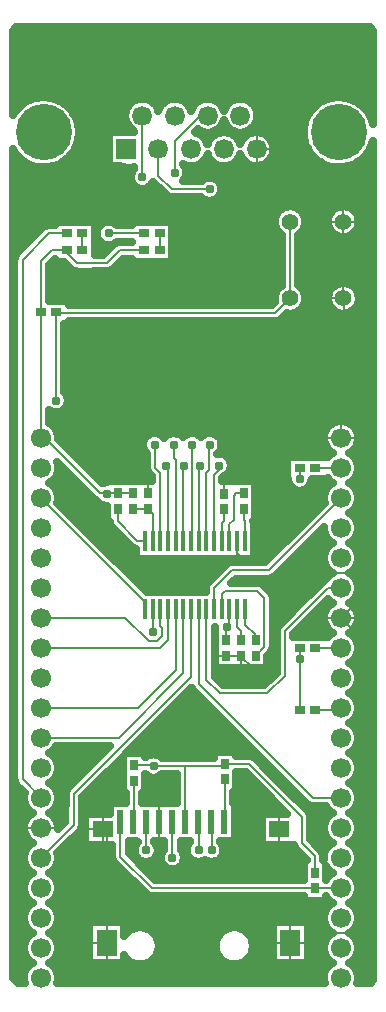
<source format=gbr>
G04 DipTrace 3.3.1.3*
G04 Top.gbr*
%MOIN*%
G04 #@! TF.FileFunction,Copper,L1,Top*
G04 #@! TF.Part,Single*
G04 #@! TA.AperFunction,Conductor*
%ADD13C,0.007874*%
G04 #@! TA.AperFunction,CopperBalancing*
%ADD14C,0.025*%
%ADD15C,0.00787*%
%ADD17R,0.027559X0.035433*%
%ADD18R,0.035433X0.027559*%
G04 #@! TA.AperFunction,ComponentPad*
%ADD19R,0.066535X0.066535*%
%ADD20C,0.066535*%
%ADD21C,0.187402*%
%ADD22C,0.055118*%
%ADD24R,0.023622X0.07874*%
%ADD25R,0.068898X0.057087*%
%ADD26R,0.068898X0.088583*%
G04 #@! TA.AperFunction,ComponentPad*
%ADD30C,0.066929*%
%ADD31R,0.015748X0.070866*%
G04 #@! TA.AperFunction,ViaPad*
%ADD35C,0.031*%
%FSLAX26Y26*%
G04*
G70*
G90*
G75*
G01*
G04 Top*
%LPD*%
X774196Y2058659D2*
D13*
X824196D1*
X827944Y1151987D2*
X891666D1*
X893702Y1149951D1*
X999873D1*
X1124953D1*
X1131202Y1156200D1*
X999873Y962516D2*
Y1149951D1*
X1381202Y1543700D2*
Y1506200D1*
Y1337449D1*
Y2106200D2*
Y2143700D1*
X1381201D1*
X1134824Y1568764D2*
Y1609822D1*
X1137453Y1612451D1*
X1146589Y1672035D2*
Y1621587D1*
X1137453Y1612451D1*
X518702Y2243700D2*
X531202D1*
X716243Y2058659D1*
X737453D1*
X774196D1*
X737453Y2056200D2*
Y2058659D1*
X1431202Y793700D2*
Y849949D1*
X1387452Y893700D1*
Y981200D1*
X1212452Y1156200D1*
X1131202D1*
X518702Y2243700D2*
Y2661117D1*
X518075Y2661745D1*
Y2832128D1*
X554647Y2868700D1*
X605021D1*
X862504D2*
X780602D1*
X737474Y2825573D1*
X638923D1*
X595796Y2868700D1*
X605021D1*
X656202Y2924951D2*
Y2868700D1*
X967456Y1900381D2*
Y2169737D1*
X960288Y2176905D1*
Y2220825D1*
X961357D1*
X964458Y3128050D2*
Y3234792D1*
X1047757Y3318091D1*
X1073591D1*
X827944Y1100806D2*
Y963815D1*
X826645Y962516D1*
X1131202Y1105019D2*
Y963924D1*
X1129794Y962516D1*
X1095408Y1900381D2*
Y2120896D1*
X1112453Y2137940D1*
Y2151229D1*
X1044227Y1900381D2*
Y2151229D1*
X1049953D1*
X856202Y3112451D2*
Y3317369D1*
X855481Y3318091D1*
X993046Y1900381D2*
Y2150573D1*
X993702Y2151229D1*
X737735Y560833D2*
Y666108D1*
Y925441D1*
X724243Y938934D1*
X1518702Y1643700D2*
X1568702Y1693700D1*
Y1762451D1*
X1537453Y1793700D1*
X1468702D1*
X1299952Y1624949D1*
Y1518699D1*
X1256202Y1474949D1*
X1224953D1*
X1182319Y1517583D1*
X1184824D1*
X1134824D2*
X1184824D1*
X1128456Y2057478D2*
Y2090953D1*
X1238214Y2200712D1*
X1281202Y2243700D1*
X1518702D1*
X1172180Y1900381D2*
Y1858973D1*
X1187453Y1843700D1*
X1218702D1*
X1238214Y1863212D1*
Y2200712D1*
X874196Y2058659D2*
Y2125708D1*
X862453Y2137451D1*
Y2258053D1*
X878798Y2274398D1*
X1281202D1*
Y2243700D1*
X913259Y962516D2*
Y849142D1*
X962452Y799949D1*
X1099953D1*
X1231202D1*
X1313042Y881789D1*
Y938582D1*
X1099953Y799949D2*
D3*
X1349353Y560697D2*
Y625549D1*
X1308794Y666108D1*
X737735D1*
Y560833D2*
Y480917D1*
X781202Y437449D1*
X1306202D1*
X1349353Y480600D1*
Y560697D1*
X1416949D1*
X1449952Y593700D1*
X1543702D1*
X1568702Y618700D1*
Y1593700D1*
X1518702Y1643700D1*
Y2243700D2*
Y2468923D1*
X1526996Y2477217D1*
Y2709443D1*
X1526036Y2708482D1*
Y2964388D1*
Y3018330D1*
X1338086Y3206280D1*
X1237173D1*
X605021Y2924951D2*
X544435D1*
X457484Y2838001D1*
Y1104918D1*
X518702Y1043700D1*
X1018637Y1672035D2*
Y1447330D1*
X627562Y1056255D1*
Y952560D1*
X518702Y843700D1*
X743702Y2924951D2*
X862504D1*
Y2924949D1*
X783337Y962516D2*
Y847815D1*
X888634Y742519D1*
X1431202D1*
X1517521D1*
X1518702Y743700D1*
X956202Y843700D2*
Y962153D1*
X956566Y962516D1*
X1432383Y1543700D2*
X1518702D1*
X868702Y868700D2*
Y961267D1*
X869952Y962516D1*
X1069818Y1672035D2*
Y1435772D1*
X1114037Y1391553D1*
X1272806D1*
X1331202Y1449949D1*
Y1599949D1*
X1474953Y1743700D1*
X1518702D1*
X1095408Y1672035D2*
Y1741657D1*
X1155853Y1802102D1*
X1277104D1*
X1518702Y2043700D1*
X1432382Y2143700D2*
X1518702D1*
X1043702Y868700D2*
Y961994D1*
X1043180Y962516D1*
X967456Y1672035D2*
Y1469754D1*
X841402Y1343700D1*
X518702D1*
X993046Y1672035D2*
Y1459256D1*
X777490Y1243700D1*
X518702D1*
X916274Y1672035D2*
Y1616011D1*
X921688Y1610598D1*
Y1583344D1*
X904731Y1566388D1*
X877242D1*
X799929Y1643700D1*
X518702D1*
X941865Y1672035D2*
Y1570960D1*
X914605Y1543700D1*
X518702D1*
X865093Y1672027D2*
Y1697309D1*
X518702Y2043700D1*
X569259Y2367906D2*
Y2659398D1*
X1299786D1*
X1348870Y2708482D1*
Y2964388D1*
X569256Y2661745D2*
X569259Y2659398D1*
X1044227Y1672035D2*
Y1423350D1*
X1423877Y1043700D1*
X1518702D1*
X1432383Y1337449D2*
X1512452D1*
X1518702Y1343700D1*
X1087453Y868700D2*
Y961550D1*
X1086487Y962516D1*
X1197771Y1900381D2*
Y1964880D1*
X1193702Y1968948D1*
Y2007478D1*
Y2058659D2*
X1169914D1*
X1160268Y2049014D1*
Y1969738D1*
X1146589Y1956060D1*
Y1900381D1*
X1234198Y1568478D2*
Y1584953D1*
X1197771Y1621381D1*
Y1672035D1*
X1120999D2*
Y1721783D1*
X1132500Y1733284D1*
X1239755D1*
X1263071Y1709968D1*
Y1546170D1*
X1234198Y1517297D1*
X774196Y2007478D2*
Y1966096D1*
X839911Y1900381D1*
X865093D1*
X1172180Y1672035D2*
Y1611665D1*
X1184824Y1599020D1*
Y1568764D1*
X1120999Y1900381D2*
Y1959781D1*
X1128456Y1967238D1*
Y2006297D1*
X890684Y1900381D2*
Y1990990D1*
X874196Y2007478D1*
X824196D1*
X890956Y1596763D2*
Y1671763D1*
X890684Y1672035D1*
X916274Y1900381D2*
Y2127377D1*
X899952Y2143700D1*
Y2221250D1*
X897617D1*
X941865Y1900381D2*
Y2151229D1*
X935330D1*
X1069818Y1900381D2*
Y2127982D1*
X1078858Y2137023D1*
Y2218906D1*
X1081202Y2221250D1*
X1081142Y3072720D2*
X954816D1*
X910008Y3117528D1*
Y3206280D1*
X1018637Y1900381D2*
X1021879D1*
Y2221250D1*
X913685Y2924949D2*
Y2868700D1*
D35*
X897617Y2221250D3*
X935330Y2151229D3*
X961357Y2220825D3*
X993702Y2151229D3*
X1021879Y2221250D3*
X1049953Y2151229D3*
X1081202Y2221250D3*
X1112453Y2151229D3*
X890956Y1596763D3*
X1087453Y868700D3*
X1043702D3*
X956202Y843700D3*
X893702Y1149951D3*
X868702Y868700D3*
X1381202Y1506200D3*
Y2106200D3*
X1137453Y1612451D3*
X737453Y2056200D3*
X1099953Y799949D3*
X743702Y2924951D3*
X569259Y2367906D3*
X1081142Y3072720D3*
X856202Y3112451D3*
X964458Y3128050D3*
X427471Y3587582D2*
D14*
X1622438D1*
X427471Y3562713D2*
X1622438D1*
X427471Y3537844D2*
X1622438D1*
X427471Y3512976D2*
X1622438D1*
X427471Y3488107D2*
X1622438D1*
X427471Y3463238D2*
X1622438D1*
X427471Y3438369D2*
X1622438D1*
X427471Y3413501D2*
X1622438D1*
X427471Y3388632D2*
X1622438D1*
X427471Y3363763D2*
X466178D1*
X588089D2*
X819278D1*
X891705D2*
X928330D1*
X1000757D2*
X1037382D1*
X1109809D2*
X1146434D1*
X1218861D2*
X1450015D1*
X1571961D2*
X1622438D1*
X618231Y3338894D2*
X800152D1*
X1237951D2*
X1419872D1*
X1602104D2*
X1622438D1*
X634738Y3314025D2*
X796348D1*
X1241755D2*
X1403365D1*
X643673Y3289157D2*
X804135D1*
X1234004D2*
X1394430D1*
X646831Y3264288D2*
X826276D1*
X1035241D2*
X1052992D1*
X1094199D2*
X1162044D1*
X1203251D2*
X1391308D1*
X644606Y3239419D2*
X741697D1*
X1285749D2*
X1393533D1*
X636712Y3214550D2*
X741697D1*
X1295832D2*
X1401392D1*
X621712Y3189682D2*
X741697D1*
X1293966D2*
X1416427D1*
X1605585D2*
X1622438D1*
X427471Y3164813D2*
X459396D1*
X594871D2*
X741697D1*
X1060324D2*
X1086867D1*
X1169376D2*
X1195919D1*
X1278429D2*
X1443268D1*
X1578707D2*
X1622438D1*
X427471Y3139944D2*
X826024D1*
X1004094D2*
X1622438D1*
X427471Y3115075D2*
X814793D1*
X1003735D2*
X1622438D1*
X427471Y3090207D2*
X821682D1*
X1118493D2*
X1622438D1*
X427471Y3065338D2*
X920902D1*
X1121938D2*
X1622438D1*
X427471Y3040469D2*
X1056724D1*
X1105574D2*
X1622438D1*
X427471Y3015600D2*
X1622438D1*
X427471Y2990731D2*
X1302638D1*
X1395124D2*
X1479798D1*
X1572284D2*
X1622438D1*
X427471Y2965863D2*
X1295318D1*
X1402408D2*
X1472514D1*
X1579569D2*
X1622438D1*
X427471Y2940994D2*
X519179D1*
X957409D2*
X1300988D1*
X1396739D2*
X1478148D1*
X1573935D2*
X1622438D1*
X427471Y2916125D2*
X494311D1*
X957409D2*
X1318930D1*
X1378797D2*
X1506855D1*
X1545192D2*
X1622438D1*
X427471Y2891256D2*
X469443D1*
X699904D2*
X721566D1*
X957409D2*
X1318930D1*
X1378797D2*
X1622438D1*
X427471Y2866388D2*
X444576D1*
X699904D2*
X736996D1*
X957409D2*
X1318930D1*
X1378797D2*
X1622438D1*
X957409Y2841519D2*
X1318930D1*
X1378797D2*
X1622438D1*
X548006Y2816650D2*
X606557D1*
X769842D2*
X1318930D1*
X1378797D2*
X1622438D1*
X548006Y2791781D2*
X1318930D1*
X1378797D2*
X1622438D1*
X548006Y2766913D2*
X1318930D1*
X1378797D2*
X1622438D1*
X548006Y2742044D2*
X1307877D1*
X1389849D2*
X1485073D1*
X1567009D2*
X1622438D1*
X548006Y2717175D2*
X1296071D1*
X1401691D2*
X1473232D1*
X1578851D2*
X1622438D1*
X612956Y2692306D2*
X1291406D1*
X1399789D2*
X1474954D1*
X1577451D2*
X1622438D1*
X1381739Y2667438D2*
X1492681D1*
X1559761D2*
X1622438D1*
X1324253Y2642569D2*
X1622438D1*
X599213Y2617700D2*
X1622438D1*
X599213Y2592831D2*
X1622438D1*
X599213Y2567962D2*
X1622438D1*
X599213Y2543094D2*
X1622438D1*
X599213Y2518225D2*
X1622438D1*
X599213Y2493356D2*
X1622438D1*
X599213Y2468487D2*
X1622438D1*
X599213Y2443619D2*
X1622438D1*
X599213Y2418750D2*
X1622438D1*
X600863Y2393881D2*
X1622438D1*
X610731Y2369012D2*
X1622438D1*
X602693Y2344144D2*
X1622438D1*
X548652Y2319275D2*
X1622438D1*
X548652Y2294406D2*
X1490241D1*
X1547165D2*
X1622438D1*
X571977Y2269537D2*
X1465445D1*
X1571961D2*
X1622438D1*
X578149Y2244669D2*
X863918D1*
X1114904D2*
X1459237D1*
X1578169D2*
X1622438D1*
X596414Y2219800D2*
X856131D1*
X1122691D2*
X1464512D1*
X1572894D2*
X1622438D1*
X621281Y2194931D2*
X866322D1*
X1112500D2*
X1486760D1*
X1550646D2*
X1622438D1*
X646149Y2170062D2*
X870018D1*
X1149102D2*
X1337482D1*
X1571710D2*
X1622438D1*
X671017Y2145193D2*
X870018D1*
X1153480D2*
X1337482D1*
X1578133D2*
X1622438D1*
X573161Y2120325D2*
X613267D1*
X695885D2*
X882040D1*
X1138731D2*
X1337482D1*
X1573145D2*
X1622438D1*
X551487Y2095456D2*
X638135D1*
X720752D2*
X734412D1*
X1233466D2*
X1341214D1*
X1421176D2*
X1485899D1*
X1551507D2*
X1622438D1*
X571438Y2070587D2*
X663003D1*
X1233466D2*
X1362816D1*
X1399609D2*
X1465983D1*
X1571423D2*
X1622438D1*
X578149Y2045718D2*
X687870D1*
X1233466D2*
X1459273D1*
X1578133D2*
X1622438D1*
X582849Y2020850D2*
X718480D1*
X1233466D2*
X1454536D1*
X1573397D2*
X1622438D1*
X607717Y1995981D2*
X734412D1*
X1233466D2*
X1429668D1*
X1552297D2*
X1622438D1*
X632585Y1971112D2*
X734412D1*
X1233466D2*
X1404801D1*
X1571136D2*
X1622438D1*
X657453Y1946243D2*
X752749D1*
X1231636D2*
X1379933D1*
X1578097D2*
X1622438D1*
X682320Y1921375D2*
X777617D1*
X1231636D2*
X1355065D1*
X1437683D2*
X1463794D1*
X1573612D2*
X1622438D1*
X707188Y1896506D2*
X802484D1*
X1231636D2*
X1330197D1*
X1412815D2*
X1484284D1*
X1553086D2*
X1622438D1*
X732056Y1871637D2*
X831228D1*
X1231636D2*
X1305330D1*
X1387947D2*
X1466557D1*
X1570849D2*
X1622438D1*
X756924Y1846768D2*
X831228D1*
X1231636D2*
X1280462D1*
X1363079D2*
X1459309D1*
X1578097D2*
X1622438D1*
X781791Y1821899D2*
X1134341D1*
X1338212D2*
X1463579D1*
X1573827D2*
X1622438D1*
X806659Y1797031D2*
X1109474D1*
X1313344D2*
X1483530D1*
X1553876D2*
X1622438D1*
X831527Y1772162D2*
X1084606D1*
X1167223D2*
X1466844D1*
X1570562D2*
X1622438D1*
X856395Y1747293D2*
X1066054D1*
X1267053D2*
X1437240D1*
X1578061D2*
X1622438D1*
X1290019Y1722424D2*
X1412372D1*
X1574042D2*
X1622438D1*
X1292997Y1697556D2*
X1387504D1*
X1470122D2*
X1482813D1*
X1554593D2*
X1622438D1*
X1292997Y1672687D2*
X1362637D1*
X1445254D2*
X1467167D1*
X1570239D2*
X1622438D1*
X1292997Y1647818D2*
X1337769D1*
X1420386D2*
X1459380D1*
X1578026D2*
X1622438D1*
X1292997Y1622949D2*
X1312901D1*
X1395519D2*
X1463148D1*
X1574258D2*
X1622438D1*
X1370651Y1598081D2*
X1482095D1*
X1555311D2*
X1622438D1*
X1569916Y1573212D2*
X1622438D1*
X1577990Y1548343D2*
X1622438D1*
X1281694Y1523474D2*
X1301275D1*
X1574473D2*
X1622438D1*
X1273979Y1498606D2*
X1301275D1*
X1555993D2*
X1622438D1*
X1099761Y1473737D2*
X1301275D1*
X1569593D2*
X1622438D1*
X1099761Y1448868D2*
X1288823D1*
X1577918D2*
X1622438D1*
X1122906Y1423999D2*
X1263955D1*
X1574652D2*
X1622438D1*
X1011737Y1399130D2*
X1027155D1*
X1556674D2*
X1622438D1*
X986870Y1374262D2*
X1052023D1*
X1569270D2*
X1622438D1*
X962002Y1349393D2*
X1076891D1*
X1577882D2*
X1622438D1*
X937134Y1324524D2*
X1101759D1*
X1574832D2*
X1622438D1*
X912266Y1299655D2*
X1126626D1*
X1557320D2*
X1622438D1*
X887399Y1274787D2*
X1151494D1*
X1568947D2*
X1622438D1*
X862531Y1249918D2*
X1176362D1*
X1577810D2*
X1622438D1*
X837663Y1225049D2*
X1201230D1*
X1575011D2*
X1622438D1*
X557946Y1200180D2*
X730178D1*
X812795D2*
X1226097D1*
X1557966D2*
X1622438D1*
X568603Y1175312D2*
X705310D1*
X1234650D2*
X1250965D1*
X1568588D2*
X1622438D1*
X577754Y1150443D2*
X680442D1*
X763060D2*
X788167D1*
X1259518D2*
X1275833D1*
X1577774D2*
X1622438D1*
X575206Y1125574D2*
X655575D1*
X738192D2*
X788167D1*
X1170991D2*
X1201768D1*
X1284385D2*
X1300700D1*
X1575191D2*
X1622438D1*
X558556Y1100705D2*
X630707D1*
X713324D2*
X788167D1*
X867734D2*
X969920D1*
X1170991D2*
X1226636D1*
X1309253D2*
X1325568D1*
X1558576D2*
X1622438D1*
X427471Y1075836D2*
X445257D1*
X568245D2*
X605839D1*
X688457D2*
X788167D1*
X867734D2*
X969920D1*
X1170991D2*
X1251503D1*
X1334121D2*
X1350436D1*
X1568229D2*
X1622438D1*
X427471Y1050968D2*
X459719D1*
X577718D2*
X597622D1*
X663589D2*
X797999D1*
X857866D2*
X969920D1*
X1161123D2*
X1276371D1*
X1358989D2*
X1375304D1*
X1577703D2*
X1622438D1*
X427471Y1026099D2*
X462015D1*
X575386D2*
X597622D1*
X657489D2*
X797999D1*
X857866D2*
X969920D1*
X1161123D2*
X1301239D1*
X1383856D2*
X1400171D1*
X1575370D2*
X1622438D1*
X427471Y1001230D2*
X478235D1*
X559166D2*
X597622D1*
X657489D2*
X745536D1*
X1167618D2*
X1326107D1*
X1408724D2*
X1478255D1*
X1559151D2*
X1622438D1*
X427471Y976361D2*
X469515D1*
X567886D2*
X597622D1*
X1167618D2*
X1252580D1*
X1417372D2*
X1469536D1*
X1567870D2*
X1622438D1*
X427471Y951493D2*
X459790D1*
X1167618D2*
X1252185D1*
X1417372D2*
X1459775D1*
X1577631D2*
X1622438D1*
X427471Y926624D2*
X461872D1*
X642920D2*
X663792D1*
X1167618D2*
X1252185D1*
X1417372D2*
X1461856D1*
X1575550D2*
X1622438D1*
X427471Y901755D2*
X477661D1*
X618052D2*
X663792D1*
X1167618D2*
X1252580D1*
X1420709D2*
X1477645D1*
X1559761D2*
X1622438D1*
X427471Y876886D2*
X469910D1*
X593184D2*
X753395D1*
X813262D2*
X828070D1*
X909324D2*
X926249D1*
X986152D2*
X1003077D1*
X1128074D2*
X1363283D1*
X1445577D2*
X1469894D1*
X1567512D2*
X1622438D1*
X427471Y852018D2*
X459862D1*
X577539D2*
X753395D1*
X1125203D2*
X1387827D1*
X1577559D2*
X1622438D1*
X427471Y827149D2*
X461692D1*
X575708D2*
X762689D1*
X845306D2*
X918390D1*
X994010D2*
X1391416D1*
X1575693D2*
X1622438D1*
X427471Y802280D2*
X477087D1*
X560314D2*
X787557D1*
X870174D2*
X1391416D1*
X1560299D2*
X1622438D1*
X427471Y777411D2*
X470269D1*
X567132D2*
X812424D1*
X895042D2*
X1391416D1*
X1567117D2*
X1622438D1*
X427471Y752543D2*
X459934D1*
X577467D2*
X837292D1*
X1577487D2*
X1622438D1*
X427471Y727674D2*
X461549D1*
X575852D2*
X862160D1*
X1575873D2*
X1622438D1*
X427471Y702805D2*
X476548D1*
X560852D2*
X1391416D1*
X1560873D2*
X1622438D1*
X427471Y677936D2*
X470663D1*
X566737D2*
X1470684D1*
X1566722D2*
X1622438D1*
X427471Y653067D2*
X460006D1*
X577395D2*
X1460026D1*
X1577380D2*
X1622438D1*
X427471Y628199D2*
X461405D1*
X576031D2*
X677285D1*
X798190D2*
X1288895D1*
X1409801D2*
X1461390D1*
X1576016D2*
X1622438D1*
X427471Y603330D2*
X476010D1*
X561391D2*
X677285D1*
X798190D2*
X814183D1*
X882949D2*
X1128636D1*
X1197402D2*
X1288895D1*
X1409801D2*
X1475995D1*
X1561375D2*
X1622438D1*
X427471Y578461D2*
X471058D1*
X566343D2*
X677285D1*
X906166D2*
X1105455D1*
X1220619D2*
X1288895D1*
X1409801D2*
X1471079D1*
X1566327D2*
X1622438D1*
X427471Y553592D2*
X460113D1*
X577287D2*
X677285D1*
X912840D2*
X1098780D1*
X1227294D2*
X1288895D1*
X1409801D2*
X1460098D1*
X1577308D2*
X1622438D1*
X427471Y528724D2*
X461226D1*
X576175D2*
X677285D1*
X909001D2*
X1102584D1*
X1223454D2*
X1288895D1*
X1409801D2*
X1461246D1*
X1576160D2*
X1622438D1*
X427471Y503855D2*
X475508D1*
X561929D2*
X677285D1*
X891848D2*
X1119737D1*
X1206301D2*
X1288895D1*
X1409801D2*
X1475492D1*
X1561914D2*
X1622438D1*
X427471Y478986D2*
X471489D1*
X565912D2*
X1471473D1*
X1565933D2*
X1622438D1*
X427471Y454117D2*
X460185D1*
X577216D2*
X1460206D1*
X1577200D2*
X1622438D1*
X440820Y429249D2*
X461118D1*
X576319D2*
X1461103D1*
X1576303D2*
X1618634D1*
X1230982Y2017440D2*
Y1966262D1*
X1225205D1*
X1225207Y1964871D1*
X1229145Y1959314D1*
Y1841448D1*
X833719D1*
X833506Y1873702D1*
X829411Y1875033D1*
X825575Y1876987D1*
X822092Y1879518D1*
X754795Y1946695D1*
X751999Y1949969D1*
X749749Y1953640D1*
X748102Y1957618D1*
X747097Y1961804D1*
X746759Y1966105D1*
X736916Y1966261D1*
Y2017181D1*
X731352Y2017680D1*
X725401Y2019109D1*
X719747Y2021451D1*
X714529Y2024648D1*
X709876Y2028623D1*
X705743Y2033311D1*
X701907Y2035265D1*
X698424Y2037796D1*
X625389Y2110711D1*
X571825Y2164276D1*
X574093Y2156998D1*
X575491Y2148169D1*
Y2139231D1*
X574093Y2130402D1*
X571331Y2121901D1*
X567273Y2113936D1*
X562019Y2106704D1*
X555698Y2100384D1*
X548466Y2095130D1*
X545951Y2093721D1*
X552185Y2089785D1*
X558982Y2083980D1*
X564788Y2077183D1*
X569458Y2069561D1*
X572879Y2061303D1*
X574966Y2052611D1*
X575667Y2043700D1*
X574966Y2034789D1*
X573367Y2027829D1*
X870223Y1730981D1*
X973239Y1730932D1*
X1050011D1*
X1067936Y1730968D1*
X1068056Y1743809D1*
X1068729Y1748062D1*
X1070060Y1752156D1*
X1072014Y1755993D1*
X1074545Y1759476D1*
X1136452Y1821503D1*
X1139726Y1824299D1*
X1143397Y1826548D1*
X1147375Y1828196D1*
X1151561Y1829201D1*
X1155853Y1829539D1*
X1265767D1*
X1464019Y2027818D1*
X1462439Y2034789D1*
X1461738Y2043700D1*
X1462439Y2052611D1*
X1464526Y2061303D1*
X1467947Y2069561D1*
X1472617Y2077183D1*
X1478422Y2083980D1*
X1485219Y2089785D1*
X1491454Y2093679D1*
X1485219Y2097615D1*
X1478422Y2103420D1*
X1473601Y2108968D1*
X1473599Y2106420D1*
X1420202Y2106200D1*
X1419722Y2100099D1*
X1418294Y2094148D1*
X1415952Y2088494D1*
X1412754Y2083276D1*
X1408779Y2078623D1*
X1404126Y2074648D1*
X1398908Y2071451D1*
X1393254Y2069109D1*
X1387303Y2067680D1*
X1381202Y2067200D1*
X1375101Y2067680D1*
X1369151Y2069109D1*
X1363497Y2071451D1*
X1358279Y2074648D1*
X1353625Y2078623D1*
X1349651Y2083276D1*
X1346453Y2088494D1*
X1344111Y2094148D1*
X1342682Y2100099D1*
X1342211Y2106427D1*
X1339985Y2106420D1*
Y2180979D1*
X1473599Y2180980D1*
Y2178504D1*
X1478422Y2183980D1*
X1485219Y2189785D1*
X1491454Y2193679D1*
X1485493Y2197417D1*
X1479814Y2202074D1*
X1474782Y2207423D1*
X1470480Y2213375D1*
X1466979Y2219831D1*
X1464339Y2226684D1*
X1462601Y2233820D1*
X1461796Y2241119D1*
X1461937Y2248462D1*
X1463022Y2255725D1*
X1465031Y2262789D1*
X1467933Y2269535D1*
X1471679Y2275852D1*
X1476206Y2281635D1*
X1481440Y2286787D1*
X1487293Y2291223D1*
X1493668Y2294869D1*
X1500459Y2297664D1*
X1507553Y2299563D1*
X1514833Y2300533D1*
X1522177Y2300558D1*
X1529463Y2299639D1*
X1536571Y2297790D1*
X1543381Y2295041D1*
X1549781Y2291440D1*
X1555665Y2287045D1*
X1560934Y2281929D1*
X1565501Y2276178D1*
X1569291Y2269887D1*
X1572239Y2263161D1*
X1574298Y2256112D1*
X1575433Y2248856D1*
X1575637Y2241863D1*
X1574928Y2234553D1*
X1573284Y2227396D1*
X1570733Y2220509D1*
X1567317Y2214008D1*
X1563093Y2208000D1*
X1558131Y2202586D1*
X1552514Y2197855D1*
X1545986Y2193700D1*
X1552185Y2189785D1*
X1558982Y2183980D1*
X1564788Y2177183D1*
X1569458Y2169561D1*
X1572879Y2161303D1*
X1574966Y2152611D1*
X1575667Y2143700D1*
X1574966Y2134789D1*
X1572879Y2126097D1*
X1569458Y2117839D1*
X1564788Y2110217D1*
X1558982Y2103420D1*
X1552185Y2097615D1*
X1545951Y2093721D1*
X1552185Y2089785D1*
X1558982Y2083980D1*
X1564788Y2077183D1*
X1569458Y2069561D1*
X1572879Y2061303D1*
X1574966Y2052611D1*
X1575667Y2043700D1*
X1574966Y2034789D1*
X1572879Y2026097D1*
X1569458Y2017839D1*
X1564788Y2010217D1*
X1558982Y2003420D1*
X1552185Y1997615D1*
X1545951Y1993721D1*
X1552185Y1989785D1*
X1558982Y1983980D1*
X1564788Y1977183D1*
X1569458Y1969561D1*
X1572879Y1961303D1*
X1574966Y1952611D1*
X1575667Y1943700D1*
X1574966Y1934789D1*
X1572879Y1926097D1*
X1569458Y1917839D1*
X1564788Y1910217D1*
X1558982Y1903420D1*
X1552185Y1897615D1*
X1545951Y1893721D1*
X1552185Y1889785D1*
X1558982Y1883980D1*
X1564788Y1877183D1*
X1569458Y1869561D1*
X1572879Y1861303D1*
X1574966Y1852611D1*
X1575667Y1843700D1*
X1574966Y1834789D1*
X1572879Y1826097D1*
X1569458Y1817839D1*
X1564788Y1810217D1*
X1558982Y1803420D1*
X1552185Y1797615D1*
X1545951Y1793721D1*
X1552185Y1789785D1*
X1558982Y1783980D1*
X1564788Y1777183D1*
X1569458Y1769561D1*
X1572879Y1761303D1*
X1574966Y1752611D1*
X1575667Y1743700D1*
X1574966Y1734789D1*
X1572879Y1726097D1*
X1569458Y1717839D1*
X1564788Y1710217D1*
X1558982Y1703420D1*
X1552185Y1697615D1*
X1545951Y1693721D1*
X1551304Y1690413D1*
X1557043Y1685830D1*
X1562145Y1680547D1*
X1566524Y1674652D1*
X1570109Y1668242D1*
X1572839Y1661425D1*
X1574670Y1654312D1*
X1575570Y1647024D1*
X1575548Y1640028D1*
X1574604Y1632745D1*
X1572730Y1625644D1*
X1569958Y1618843D1*
X1566334Y1612456D1*
X1561918Y1606587D1*
X1556784Y1601336D1*
X1551018Y1596789D1*
X1545986Y1593700D1*
X1552185Y1589785D1*
X1558982Y1583980D1*
X1564788Y1577183D1*
X1569458Y1569561D1*
X1572879Y1561303D1*
X1574966Y1552611D1*
X1575667Y1543700D1*
X1574966Y1534789D1*
X1572879Y1526097D1*
X1569458Y1517839D1*
X1564788Y1510217D1*
X1558982Y1503420D1*
X1552185Y1497615D1*
X1545951Y1493721D1*
X1552185Y1489785D1*
X1558982Y1483980D1*
X1564788Y1477183D1*
X1569458Y1469561D1*
X1572879Y1461303D1*
X1574966Y1452611D1*
X1575667Y1443700D1*
X1574966Y1434789D1*
X1572879Y1426097D1*
X1569458Y1417839D1*
X1564788Y1410217D1*
X1558982Y1403420D1*
X1552185Y1397615D1*
X1545951Y1393721D1*
X1552185Y1389785D1*
X1558982Y1383980D1*
X1564788Y1377183D1*
X1569458Y1369561D1*
X1572879Y1361303D1*
X1574966Y1352611D1*
X1575667Y1343700D1*
X1574966Y1334789D1*
X1572879Y1326097D1*
X1569458Y1317839D1*
X1564788Y1310217D1*
X1558982Y1303420D1*
X1552185Y1297615D1*
X1545951Y1293721D1*
X1552185Y1289785D1*
X1558982Y1283980D1*
X1564788Y1277183D1*
X1569458Y1269561D1*
X1572879Y1261303D1*
X1574966Y1252611D1*
X1575667Y1243700D1*
X1574966Y1234789D1*
X1572879Y1226097D1*
X1569458Y1217839D1*
X1564788Y1210217D1*
X1558982Y1203420D1*
X1552185Y1197615D1*
X1545951Y1193721D1*
X1552185Y1189785D1*
X1558982Y1183980D1*
X1564788Y1177183D1*
X1569458Y1169561D1*
X1572879Y1161303D1*
X1574966Y1152611D1*
X1575667Y1143700D1*
X1574966Y1134789D1*
X1572879Y1126097D1*
X1569458Y1117839D1*
X1564788Y1110217D1*
X1558982Y1103420D1*
X1552185Y1097615D1*
X1545951Y1093721D1*
X1552185Y1089785D1*
X1558982Y1083980D1*
X1564788Y1077183D1*
X1569458Y1069561D1*
X1572879Y1061303D1*
X1574966Y1052611D1*
X1575667Y1043700D1*
X1574966Y1034789D1*
X1572879Y1026097D1*
X1569458Y1017839D1*
X1564788Y1010217D1*
X1558982Y1003420D1*
X1552185Y997615D1*
X1545951Y993721D1*
X1552185Y989785D1*
X1558982Y983980D1*
X1564788Y977183D1*
X1569458Y969561D1*
X1572879Y961303D1*
X1574966Y952611D1*
X1575667Y943700D1*
X1574966Y934789D1*
X1572879Y926097D1*
X1569458Y917839D1*
X1564788Y910217D1*
X1558982Y903420D1*
X1552185Y897615D1*
X1545951Y893721D1*
X1552185Y889785D1*
X1558982Y883980D1*
X1564788Y877183D1*
X1569458Y869561D1*
X1572879Y861303D1*
X1574966Y852611D1*
X1575667Y843700D1*
X1574966Y834789D1*
X1572879Y826097D1*
X1569458Y817839D1*
X1564788Y810217D1*
X1558982Y803420D1*
X1552185Y797615D1*
X1545951Y793721D1*
X1552185Y789785D1*
X1558982Y783980D1*
X1564788Y777183D1*
X1569458Y769561D1*
X1572879Y761303D1*
X1574966Y752611D1*
X1575667Y743700D1*
X1574966Y734789D1*
X1572879Y726097D1*
X1569458Y717839D1*
X1564788Y710217D1*
X1558982Y703420D1*
X1552185Y697615D1*
X1545951Y693721D1*
X1552185Y689785D1*
X1558982Y683980D1*
X1564788Y677183D1*
X1569458Y669561D1*
X1572879Y661303D1*
X1574966Y652611D1*
X1575667Y643700D1*
X1574966Y634789D1*
X1572879Y626097D1*
X1569458Y617839D1*
X1564788Y610217D1*
X1558982Y603420D1*
X1552185Y597615D1*
X1545951Y593721D1*
X1552185Y589785D1*
X1558982Y583980D1*
X1564788Y577183D1*
X1569458Y569561D1*
X1572879Y561303D1*
X1574966Y552611D1*
X1575667Y543700D1*
X1574966Y534789D1*
X1572879Y526097D1*
X1569458Y517839D1*
X1564788Y510217D1*
X1558982Y503420D1*
X1552185Y497615D1*
X1545951Y493721D1*
X1552185Y489785D1*
X1558982Y483980D1*
X1564788Y477183D1*
X1569458Y469561D1*
X1572879Y461303D1*
X1574966Y452611D1*
X1575667Y443700D1*
X1574966Y434789D1*
X1572879Y426097D1*
X1572449Y424933D1*
X1618294Y424949D1*
X1624949Y434981D1*
X1624952Y3234796D1*
X1622480Y3226039D1*
X1619307Y3217420D1*
X1615470Y3209077D1*
X1610990Y3201059D1*
X1605897Y3193417D1*
X1600221Y3186197D1*
X1593997Y3179443D1*
X1587263Y3173198D1*
X1580061Y3167499D1*
X1572435Y3162382D1*
X1564432Y3157877D1*
X1556100Y3154013D1*
X1547492Y3150813D1*
X1538659Y3148297D1*
X1529657Y3146480D1*
X1520540Y3145374D1*
X1511364Y3144985D1*
X1502186Y3145316D1*
X1493062Y3146364D1*
X1484048Y3148124D1*
X1475200Y3150584D1*
X1466571Y3153729D1*
X1458215Y3157540D1*
X1450183Y3161994D1*
X1442525Y3167063D1*
X1435287Y3172716D1*
X1428514Y3178919D1*
X1422247Y3185633D1*
X1416526Y3192817D1*
X1411384Y3200426D1*
X1406854Y3208415D1*
X1402963Y3216735D1*
X1399736Y3225333D1*
X1397192Y3234158D1*
X1395347Y3243154D1*
X1394212Y3252268D1*
X1393794Y3261442D1*
X1394096Y3270621D1*
X1395115Y3279749D1*
X1396846Y3288768D1*
X1399278Y3297624D1*
X1402396Y3306263D1*
X1406181Y3314631D1*
X1410609Y3322677D1*
X1415654Y3330351D1*
X1421284Y3337607D1*
X1427465Y3344400D1*
X1434159Y3350687D1*
X1441324Y3356432D1*
X1448918Y3361598D1*
X1456892Y3366153D1*
X1465199Y3370070D1*
X1473787Y3373324D1*
X1482604Y3375896D1*
X1491595Y3377770D1*
X1500705Y3378934D1*
X1509878Y3379381D1*
X1519058Y3379108D1*
X1528188Y3378118D1*
X1537213Y3376416D1*
X1546077Y3374012D1*
X1554725Y3370921D1*
X1563105Y3367163D1*
X1571165Y3362760D1*
X1578855Y3357740D1*
X1586129Y3352133D1*
X1592941Y3345973D1*
X1599250Y3339299D1*
X1605017Y3332152D1*
X1610207Y3324575D1*
X1614788Y3316615D1*
X1618731Y3308320D1*
X1622013Y3299743D1*
X1624947Y3289355D1*
X1624952Y3601004D1*
X1613530Y3612445D1*
X436354Y3612451D1*
X424959Y3601028D1*
X424953Y3319593D1*
X431795Y3330351D1*
X437425Y3337607D1*
X443606Y3344400D1*
X450300Y3350687D1*
X457466Y3356432D1*
X465060Y3361598D1*
X473034Y3366153D1*
X481341Y3370070D1*
X489929Y3373324D1*
X498746Y3375896D1*
X507736Y3377770D1*
X516846Y3378934D1*
X526019Y3379381D1*
X535199Y3379108D1*
X544330Y3378118D1*
X553355Y3376416D1*
X562219Y3374012D1*
X570867Y3370921D1*
X579247Y3367163D1*
X587307Y3362760D1*
X594997Y3357740D1*
X602271Y3352133D1*
X609083Y3345973D1*
X615392Y3339299D1*
X621159Y3332152D1*
X626349Y3324575D1*
X630929Y3316615D1*
X634873Y3308320D1*
X638154Y3299743D1*
X640754Y3290934D1*
X642656Y3281949D1*
X643849Y3272843D1*
X644335Y3262185D1*
X643975Y3253009D1*
X642898Y3243888D1*
X641110Y3234880D1*
X638622Y3226039D1*
X635449Y3217420D1*
X631611Y3209077D1*
X627132Y3201059D1*
X622039Y3193417D1*
X616363Y3186197D1*
X610139Y3179443D1*
X603405Y3173198D1*
X596203Y3167499D1*
X588577Y3162382D1*
X580574Y3157877D1*
X572242Y3154013D1*
X563634Y3150813D1*
X554801Y3148297D1*
X545799Y3146480D1*
X536681Y3145374D1*
X527506Y3144985D1*
X518328Y3145316D1*
X509204Y3146364D1*
X500190Y3148124D1*
X491341Y3150584D1*
X482713Y3153729D1*
X474357Y3157540D1*
X466325Y3161994D1*
X458667Y3167063D1*
X451429Y3172716D1*
X444656Y3178919D1*
X438389Y3185633D1*
X432667Y3192817D1*
X427526Y3200426D1*
X424960Y3204951D1*
X424953Y442616D1*
X442610Y424971D1*
X464904Y424949D1*
X463312Y430402D1*
X461913Y439231D1*
Y448169D1*
X463312Y456998D1*
X466074Y465499D1*
X470132Y473464D1*
X475386Y480696D1*
X481707Y487016D1*
X488938Y492270D1*
X491454Y493679D1*
X485219Y497615D1*
X478422Y503420D1*
X472617Y510217D1*
X467947Y517839D1*
X464526Y526097D1*
X462439Y534789D1*
X461738Y543700D1*
X462439Y552611D1*
X464526Y561303D1*
X467947Y569561D1*
X472617Y577183D1*
X478422Y583980D1*
X485219Y589785D1*
X491454Y593679D1*
X485219Y597615D1*
X478422Y603420D1*
X472617Y610217D1*
X467947Y617839D1*
X464526Y626097D1*
X462439Y634789D1*
X461738Y643700D1*
X462439Y652611D1*
X464526Y661303D1*
X467947Y669561D1*
X472617Y677183D1*
X478422Y683980D1*
X485219Y689785D1*
X491454Y693679D1*
X485219Y697615D1*
X478422Y703420D1*
X472617Y710217D1*
X467947Y717839D1*
X464526Y726097D1*
X462439Y734789D1*
X461738Y743700D1*
X462439Y752611D1*
X464526Y761303D1*
X467947Y769561D1*
X472617Y777183D1*
X478422Y783980D1*
X485219Y789785D1*
X491454Y793679D1*
X485219Y797615D1*
X478422Y803420D1*
X472617Y810217D1*
X467947Y817839D1*
X464526Y826097D1*
X462439Y834789D1*
X461738Y843700D1*
X462439Y852611D1*
X464526Y861303D1*
X467947Y869561D1*
X472617Y877183D1*
X478422Y883980D1*
X485219Y889785D1*
X491454Y893679D1*
X485493Y897417D1*
X479814Y902074D1*
X474782Y907423D1*
X470480Y913375D1*
X466979Y919831D1*
X464339Y926684D1*
X462601Y933820D1*
X461796Y941119D1*
X461937Y948462D1*
X463022Y955725D1*
X465031Y962789D1*
X467933Y969535D1*
X471679Y975852D1*
X476206Y981635D1*
X481440Y986787D1*
X487293Y991223D1*
X491421Y993699D1*
X485219Y997615D1*
X478422Y1003420D1*
X472617Y1010217D1*
X467947Y1017839D1*
X464526Y1026097D1*
X462439Y1034789D1*
X461738Y1043700D1*
X462439Y1052611D1*
X464037Y1059571D1*
X436621Y1087099D1*
X434091Y1090582D1*
X432136Y1094418D1*
X430805Y1098513D1*
X430132Y1102765D1*
X430047Y1205968D1*
X430132Y2840153D1*
X430805Y2844406D1*
X432136Y2848500D1*
X434091Y2852336D1*
X436621Y2855819D1*
X509537Y2928855D1*
X526616Y2945814D1*
X530099Y2948345D1*
X533935Y2950299D1*
X538030Y2951630D1*
X542282Y2952303D1*
X563776Y2952388D1*
X563805Y2962230D1*
X697419D1*
Y2852978D1*
X726086Y2853010D1*
X762783Y2889563D1*
X766266Y2892094D1*
X770102Y2894049D1*
X774196Y2895379D1*
X778449Y2896052D1*
X821258Y2896137D1*
X816572Y2897514D1*
X771279Y2897373D1*
X766626Y2893399D1*
X761408Y2890201D1*
X755754Y2887859D1*
X749803Y2886431D1*
X743702Y2885951D1*
X737601Y2886431D1*
X731651Y2887859D1*
X725997Y2890201D1*
X720779Y2893399D1*
X716125Y2897373D1*
X712151Y2902027D1*
X708953Y2907245D1*
X706611Y2912899D1*
X705182Y2918850D1*
X704702Y2924951D1*
X705182Y2931052D1*
X706611Y2937002D1*
X708953Y2942656D1*
X712151Y2947874D1*
X716125Y2952528D1*
X720779Y2956502D1*
X725997Y2959700D1*
X731651Y2962042D1*
X737601Y2963471D1*
X743702Y2963951D1*
X749803Y2963471D1*
X755754Y2962042D1*
X761408Y2959700D1*
X766626Y2956502D1*
X771401Y2952396D1*
X821320Y2952388D1*
X821288Y2962229D1*
X954902D1*
Y2831420D1*
X821288D1*
Y2841288D1*
X791992Y2841263D1*
X755293Y2804709D1*
X751810Y2802179D1*
X747974Y2800224D1*
X743879Y2798894D1*
X739627Y2798220D1*
X638923Y2798136D1*
X634631Y2798474D1*
X630445Y2799479D1*
X626467Y2801126D1*
X622796Y2803376D1*
X619522Y2806172D1*
X594275Y2831419D1*
X563805Y2831420D1*
Y2839064D1*
X545502Y2820753D1*
X545512Y2699033D1*
X610473Y2699024D1*
Y2686859D1*
X1288414Y2686835D1*
X1299035Y2697449D1*
X1297969Y2704476D1*
Y2712488D1*
X1299222Y2720402D1*
X1301698Y2728022D1*
X1305335Y2735160D1*
X1310045Y2741642D1*
X1315710Y2747308D1*
X1321424Y2751504D1*
X1321433Y2921311D1*
X1315710Y2925562D1*
X1310045Y2931227D1*
X1305335Y2937709D1*
X1301698Y2944848D1*
X1299222Y2952468D1*
X1297969Y2960382D1*
Y2968394D1*
X1299222Y2976307D1*
X1301698Y2983927D1*
X1305335Y2991066D1*
X1310045Y2997548D1*
X1315710Y3003213D1*
X1322192Y3007923D1*
X1329331Y3011560D1*
X1336951Y3014036D1*
X1344864Y3015289D1*
X1352876D1*
X1360790Y3014036D1*
X1368410Y3011560D1*
X1375549Y3007923D1*
X1382031Y3003213D1*
X1387696Y2997548D1*
X1392405Y2991066D1*
X1396043Y2983927D1*
X1398519Y2976307D1*
X1399772Y2968394D1*
Y2960382D1*
X1398519Y2952468D1*
X1396043Y2944848D1*
X1392405Y2937709D1*
X1387696Y2931227D1*
X1382031Y2925562D1*
X1376317Y2921366D1*
X1376307Y2751559D1*
X1382031Y2747308D1*
X1387696Y2741642D1*
X1392405Y2735160D1*
X1396043Y2728022D1*
X1398519Y2720402D1*
X1399772Y2712488D1*
Y2704476D1*
X1398519Y2696563D1*
X1396043Y2688943D1*
X1392405Y2681804D1*
X1387696Y2675322D1*
X1382031Y2669657D1*
X1375549Y2664947D1*
X1368410Y2661310D1*
X1360790Y2658834D1*
X1352876Y2657580D1*
X1344864D1*
X1337857Y2658654D1*
X1317605Y2638535D1*
X1314122Y2636004D1*
X1310286Y2634050D1*
X1306191Y2632719D1*
X1301939Y2632046D1*
X1198736Y2631961D1*
X610487D1*
X610473Y2624465D1*
X596729D1*
X596696Y2395614D1*
X600810Y2390830D1*
X604008Y2385612D1*
X606350Y2379958D1*
X607779Y2374007D1*
X608259Y2367906D1*
X607779Y2361805D1*
X606350Y2355854D1*
X604008Y2350200D1*
X600810Y2344982D1*
X596836Y2340329D1*
X592182Y2336354D1*
X586964Y2333157D1*
X581310Y2330815D1*
X575360Y2329386D1*
X569259Y2328906D1*
X563158Y2329386D1*
X557207Y2330815D1*
X551553Y2333157D1*
X546138Y2336510D1*
X546139Y2293627D1*
X552185Y2289785D1*
X558982Y2283980D1*
X564788Y2277183D1*
X569458Y2269561D1*
X572879Y2261303D1*
X574966Y2252611D1*
X575667Y2243700D1*
X575382Y2238311D1*
X721801Y2091903D1*
X728349Y2094122D1*
X734393Y2095080D1*
X736915Y2095179D1*
X736917Y2099876D1*
X888841D1*
X888837Y2116009D1*
X879088Y2125881D1*
X876558Y2129364D1*
X874603Y2133200D1*
X873273Y2137295D1*
X872599Y2141547D1*
X872514Y2191390D1*
X867961Y2195921D1*
X864364Y2200872D1*
X861586Y2206325D1*
X859695Y2212145D1*
X858737Y2218190D1*
Y2224310D1*
X859695Y2230354D1*
X861586Y2236175D1*
X864364Y2241627D1*
X867961Y2246578D1*
X872289Y2250906D1*
X877240Y2254503D1*
X882692Y2257281D1*
X888513Y2259172D1*
X894557Y2260130D1*
X900677D1*
X906721Y2259172D1*
X912542Y2257281D1*
X917994Y2254503D1*
X922945Y2250906D1*
X927273Y2246578D1*
X929627Y2243487D1*
X933780Y2248402D1*
X938434Y2252376D1*
X943652Y2255574D1*
X949306Y2257916D1*
X955256Y2259345D1*
X961357Y2259825D1*
X967458Y2259345D1*
X973409Y2257916D1*
X979063Y2255574D1*
X984281Y2252376D1*
X988934Y2248402D1*
X991435Y2245618D1*
X996551Y2250906D1*
X1001502Y2254503D1*
X1006955Y2257281D1*
X1012775Y2259172D1*
X1018820Y2260130D1*
X1024939D1*
X1030984Y2259172D1*
X1036804Y2257281D1*
X1042257Y2254503D1*
X1047208Y2250906D1*
X1051546Y2246578D1*
X1055874Y2250906D1*
X1060825Y2254503D1*
X1066278Y2257281D1*
X1072098Y2259172D1*
X1078142Y2260130D1*
X1084262D1*
X1090307Y2259172D1*
X1096127Y2257281D1*
X1101580Y2254503D1*
X1106531Y2250906D1*
X1110858Y2246578D1*
X1114455Y2241627D1*
X1117234Y2236175D1*
X1119125Y2230354D1*
X1120082Y2224310D1*
Y2218190D1*
X1119125Y2212145D1*
X1117234Y2206325D1*
X1114455Y2200872D1*
X1110858Y2195921D1*
X1106296Y2191347D1*
X1106352Y2189749D1*
X1112453Y2190229D1*
X1118554Y2189749D1*
X1124505Y2188320D1*
X1130159Y2185978D1*
X1135377Y2182781D1*
X1140030Y2178806D1*
X1144005Y2174152D1*
X1147202Y2168935D1*
X1149544Y2163281D1*
X1150973Y2157330D1*
X1151453Y2151229D1*
X1150973Y2145128D1*
X1149544Y2139177D1*
X1147202Y2133523D1*
X1144005Y2128305D1*
X1140030Y2123652D1*
X1135377Y2119677D1*
X1129474Y2116164D1*
X1122846Y2109532D1*
Y2098683D1*
X1156421Y2098695D1*
X1156423Y2099876D1*
X1230982D1*
X1230946Y2017443D1*
X1271478Y1515776D2*
Y1476081D1*
X1196919D1*
X1196382Y1476367D1*
X1121168Y1476229D1*
X1097545Y1476367D1*
Y1609981D1*
X1098514D1*
X1098479Y1613108D1*
X1097225Y1613101D1*
X1097255Y1447148D1*
X1125377Y1419015D1*
X1261413Y1418990D1*
X1303772Y1461321D1*
X1303850Y1602102D1*
X1304523Y1606354D1*
X1305854Y1610449D1*
X1307808Y1614285D1*
X1310339Y1617768D1*
X1383254Y1690803D1*
X1457134Y1764563D1*
X1460617Y1767094D1*
X1464453Y1769049D1*
X1466483Y1769797D1*
X1470132Y1773464D1*
X1475386Y1780696D1*
X1481707Y1787016D1*
X1488938Y1792270D1*
X1491454Y1793679D1*
X1485219Y1797615D1*
X1478422Y1803420D1*
X1472617Y1810217D1*
X1467947Y1817839D1*
X1464526Y1826097D1*
X1462439Y1834789D1*
X1461738Y1843700D1*
X1462439Y1852611D1*
X1464526Y1861303D1*
X1467947Y1869561D1*
X1472617Y1877183D1*
X1478422Y1883980D1*
X1485219Y1889785D1*
X1491454Y1893679D1*
X1485219Y1897615D1*
X1478422Y1903420D1*
X1472617Y1910217D1*
X1467947Y1917839D1*
X1464526Y1926097D1*
X1462439Y1934789D1*
X1461738Y1943700D1*
X1461911Y1948117D1*
X1294923Y1781238D1*
X1291440Y1778708D1*
X1287604Y1776753D1*
X1283509Y1775423D1*
X1279257Y1774749D1*
X1176054Y1774664D1*
X1167191D1*
X1153255Y1760701D1*
X1241907Y1760636D1*
X1246160Y1759963D1*
X1250255Y1758632D1*
X1254091Y1756678D1*
X1257574Y1754147D1*
X1282472Y1729369D1*
X1285268Y1726095D1*
X1287518Y1722424D1*
X1289165Y1718446D1*
X1290170Y1714260D1*
X1290508Y1709968D1*
X1290424Y1544017D1*
X1289750Y1539765D1*
X1288420Y1535670D1*
X1286465Y1531834D1*
X1283934Y1528351D1*
X1271485Y1515782D1*
X753372Y3263047D2*
X828765D1*
X825819Y3269689D1*
X818613Y3274924D1*
X812314Y3281223D1*
X807078Y3288430D1*
X803034Y3296367D1*
X800281Y3304839D1*
X798888Y3313637D1*
Y3322545D1*
X800281Y3331343D1*
X803034Y3339815D1*
X807078Y3347752D1*
X812314Y3354959D1*
X818613Y3361257D1*
X825819Y3366493D1*
X833756Y3370538D1*
X842228Y3373290D1*
X851027Y3374684D1*
X859934D1*
X868733Y3373290D1*
X877205Y3370538D1*
X885142Y3366493D1*
X892348Y3361257D1*
X898647Y3354959D1*
X903883Y3347752D1*
X907927Y3339815D1*
X909985Y3333807D1*
X912089Y3339815D1*
X916133Y3347752D1*
X921369Y3354959D1*
X927668Y3361257D1*
X934875Y3366493D1*
X942812Y3370538D1*
X951283Y3373290D1*
X960082Y3374684D1*
X968990D1*
X977788Y3373290D1*
X986260Y3370538D1*
X994197Y3366493D1*
X1001403Y3361257D1*
X1007702Y3354959D1*
X1012938Y3347752D1*
X1016982Y3339815D1*
X1019040Y3333807D1*
X1021144Y3339815D1*
X1025188Y3347752D1*
X1030424Y3354959D1*
X1036723Y3361257D1*
X1043930Y3366493D1*
X1051867Y3370538D1*
X1060339Y3373290D1*
X1069137Y3374684D1*
X1078045D1*
X1086843Y3373290D1*
X1095315Y3370538D1*
X1103252Y3366493D1*
X1110458Y3361257D1*
X1116757Y3354959D1*
X1121993Y3347752D1*
X1126037Y3339815D1*
X1128095Y3333807D1*
X1130199Y3339815D1*
X1134243Y3347752D1*
X1139479Y3354959D1*
X1145778Y3361257D1*
X1152985Y3366493D1*
X1160922Y3370538D1*
X1169394Y3373290D1*
X1178192Y3374684D1*
X1187100D1*
X1195898Y3373290D1*
X1204370Y3370538D1*
X1212307Y3366493D1*
X1219514Y3361257D1*
X1225812Y3354959D1*
X1231048Y3347752D1*
X1235092Y3339815D1*
X1237845Y3331343D1*
X1239239Y3322545D1*
Y3313637D1*
X1237845Y3304839D1*
X1235092Y3296367D1*
X1231048Y3288430D1*
X1225812Y3281223D1*
X1219514Y3274924D1*
X1212307Y3269689D1*
X1204370Y3265644D1*
X1195898Y3262892D1*
X1187100Y3261498D1*
X1178192D1*
X1169394Y3262892D1*
X1160922Y3265644D1*
X1152985Y3269689D1*
X1145778Y3274924D1*
X1139479Y3281223D1*
X1134243Y3288430D1*
X1130199Y3296367D1*
X1128141Y3302375D1*
X1126037Y3296367D1*
X1121993Y3288430D1*
X1116757Y3281223D1*
X1110458Y3274924D1*
X1103252Y3269689D1*
X1095315Y3265644D1*
X1086843Y3262892D1*
X1078045Y3261498D1*
X1069137D1*
X1060339Y3262892D1*
X1051867Y3265644D1*
X1043930Y3269689D1*
X1040470Y3272000D1*
X1030379Y3261910D1*
X1036605Y3260269D1*
X1044835Y3256860D1*
X1052430Y3252206D1*
X1059204Y3246421D1*
X1064989Y3239647D1*
X1069644Y3232052D1*
X1073053Y3223822D1*
X1073568Y3221996D1*
X1075672Y3228004D1*
X1079716Y3235941D1*
X1084952Y3243148D1*
X1091251Y3249446D1*
X1098457Y3254682D1*
X1106394Y3258726D1*
X1114866Y3261479D1*
X1123664Y3262873D1*
X1132572D1*
X1141370Y3261479D1*
X1149842Y3258726D1*
X1157779Y3254682D1*
X1164986Y3249446D1*
X1171285Y3243148D1*
X1176521Y3235941D1*
X1180565Y3228004D1*
X1182623Y3221996D1*
X1185305Y3229351D1*
X1188718Y3235854D1*
X1192941Y3241862D1*
X1197905Y3247275D1*
X1203526Y3252001D1*
X1209710Y3255962D1*
X1216354Y3259092D1*
X1223346Y3261338D1*
X1230569Y3262662D1*
X1237903Y3263043D1*
X1245225Y3262474D1*
X1252412Y3260964D1*
X1259344Y3258539D1*
X1265905Y3255240D1*
X1271986Y3251121D1*
X1277483Y3246251D1*
X1282306Y3240713D1*
X1286373Y3234598D1*
X1289618Y3228010D1*
X1291984Y3221058D1*
X1293433Y3213858D1*
X1293941Y3206280D1*
X1293466Y3198951D1*
X1292049Y3191745D1*
X1289713Y3184783D1*
X1286499Y3178180D1*
X1282458Y3172047D1*
X1277660Y3166488D1*
X1272184Y3161594D1*
X1266122Y3157448D1*
X1259576Y3154120D1*
X1252655Y3151664D1*
X1245474Y3150122D1*
X1238155Y3149521D1*
X1230819Y3149869D1*
X1223590Y3151161D1*
X1216588Y3153376D1*
X1209930Y3156476D1*
X1203729Y3160410D1*
X1198087Y3165112D1*
X1193099Y3170502D1*
X1188849Y3176491D1*
X1185408Y3182979D1*
X1182651Y3190499D1*
X1180565Y3184556D1*
X1176521Y3176619D1*
X1171285Y3169412D1*
X1164986Y3163113D1*
X1157779Y3157878D1*
X1149842Y3153833D1*
X1141370Y3151081D1*
X1132572Y3149687D1*
X1123664D1*
X1114866Y3151081D1*
X1106394Y3153833D1*
X1098457Y3157878D1*
X1091251Y3163113D1*
X1084952Y3169412D1*
X1079716Y3176619D1*
X1075672Y3184556D1*
X1073614Y3190564D1*
X1071510Y3184556D1*
X1067466Y3176619D1*
X1062230Y3169412D1*
X1055931Y3163113D1*
X1048724Y3157878D1*
X1040787Y3153833D1*
X1032315Y3151081D1*
X1023517Y3149687D1*
X1014609D1*
X1005811Y3151081D1*
X997339Y3153833D1*
X991909Y3156474D1*
X992035Y3155628D1*
X996010Y3150974D1*
X999207Y3145756D1*
X1001549Y3140102D1*
X1002978Y3134151D1*
X1003458Y3128050D1*
X1002978Y3121949D1*
X1001549Y3115999D1*
X999207Y3110345D1*
X996010Y3105127D1*
X991693Y3100157D1*
X1053565Y3100297D1*
X1058218Y3104271D1*
X1063436Y3107469D1*
X1069090Y3109811D1*
X1075041Y3111240D1*
X1081142Y3111720D1*
X1087243Y3111240D1*
X1093194Y3109811D1*
X1098848Y3107469D1*
X1104066Y3104271D1*
X1108719Y3100297D1*
X1112694Y3095643D1*
X1115891Y3090425D1*
X1118233Y3084771D1*
X1119662Y3078821D1*
X1120142Y3072720D1*
X1119662Y3066619D1*
X1118233Y3060668D1*
X1115891Y3055014D1*
X1112694Y3049796D1*
X1108719Y3045143D1*
X1104066Y3041168D1*
X1098848Y3037970D1*
X1093194Y3035628D1*
X1087243Y3034200D1*
X1081142Y3033720D1*
X1075041Y3034200D1*
X1069090Y3035628D1*
X1063436Y3037970D1*
X1058218Y3041168D1*
X1053443Y3045274D1*
X952666Y3045367D1*
X948413Y3046041D1*
X944318Y3047371D1*
X940482Y3049326D1*
X936999Y3051856D1*
X891907Y3096828D1*
X889455Y3092073D1*
X885858Y3087122D1*
X881531Y3082795D1*
X876580Y3079198D1*
X871127Y3076419D1*
X865307Y3074528D1*
X859262Y3073571D1*
X853142D1*
X847098Y3074528D1*
X841278Y3076419D1*
X835825Y3079198D1*
X830874Y3082795D1*
X826546Y3087122D1*
X822949Y3092073D1*
X820171Y3097526D1*
X818280Y3103346D1*
X817323Y3109391D1*
Y3115511D1*
X818280Y3121555D1*
X820171Y3127375D1*
X822949Y3132828D1*
X826546Y3137779D1*
X828757Y3140150D1*
X827502Y3145403D1*
X821844Y3144218D1*
X811540Y3142658D1*
X806101Y3142872D1*
X793695Y3144909D1*
X788588Y3146793D1*
X783250Y3149513D1*
X744185Y3149512D1*
Y3263047D1*
X753372D1*
X1358610Y1580979D2*
X1473600D1*
Y1578503D1*
X1478422Y1583980D1*
X1485219Y1589785D1*
X1491454Y1593679D1*
X1485493Y1597417D1*
X1479814Y1602074D1*
X1474782Y1607423D1*
X1470480Y1613375D1*
X1466979Y1619831D1*
X1464339Y1626684D1*
X1462601Y1633820D1*
X1461796Y1641119D1*
X1461937Y1648462D1*
X1463022Y1655725D1*
X1465031Y1662789D1*
X1467933Y1669535D1*
X1471679Y1675852D1*
X1476206Y1681635D1*
X1481440Y1686787D1*
X1487293Y1691223D1*
X1491421Y1693699D1*
X1485219Y1697615D1*
X1478422Y1703420D1*
X1476038Y1705999D1*
X1358629Y1588574D1*
X1358639Y1580967D1*
X1403109Y834916D2*
X1403791D1*
X1398810Y843540D1*
X1366588Y875881D1*
X1364058Y879364D1*
X1362103Y883200D1*
X1361355Y885230D1*
X1359968Y886538D1*
X1255094D1*
X1254981Y907088D1*
X1254696Y910710D1*
X1254767Y968777D1*
X1255094Y974727D1*
Y990625D1*
X1339228D1*
X1201065Y1128785D1*
X1168494Y1128763D1*
X1168482Y1063802D1*
X1158614D1*
X1158788Y1025386D1*
X1165105D1*
Y899646D1*
X1114903D1*
X1115030Y896277D1*
X1119005Y891624D1*
X1122202Y886406D1*
X1124544Y880752D1*
X1125973Y874801D1*
X1126453Y868700D1*
X1125973Y862599D1*
X1124544Y856648D1*
X1122202Y850994D1*
X1119005Y845776D1*
X1115030Y841123D1*
X1110377Y837148D1*
X1105159Y833951D1*
X1099505Y831609D1*
X1093554Y830180D1*
X1087453Y829700D1*
X1081352Y830180D1*
X1075401Y831609D1*
X1069747Y833951D1*
X1065613Y836424D1*
X1061408Y833951D1*
X1055754Y831609D1*
X1049803Y830180D1*
X1043702Y829700D1*
X1037601Y830180D1*
X1031651Y831609D1*
X1025997Y833951D1*
X1020779Y837148D1*
X1016125Y841123D1*
X1012151Y845776D1*
X1008953Y850994D1*
X1006611Y856648D1*
X1005182Y862599D1*
X1004702Y868700D1*
X1005182Y874801D1*
X1006611Y880752D1*
X1008953Y886406D1*
X1012151Y891624D1*
X1016257Y896399D1*
X1014187Y899646D1*
X983618D1*
X983779Y871277D1*
X987754Y866624D1*
X990952Y861406D1*
X993294Y855752D1*
X994722Y849801D1*
X995202Y843700D1*
X994722Y837599D1*
X993294Y831648D1*
X990952Y825994D1*
X987754Y820776D1*
X983779Y816123D1*
X979126Y812148D1*
X973908Y808951D1*
X968254Y806609D1*
X962303Y805180D1*
X956202Y804700D1*
X950101Y805180D1*
X944151Y806609D1*
X938497Y808951D1*
X933279Y812148D1*
X928625Y816123D1*
X924651Y820776D1*
X921453Y825994D1*
X919111Y831648D1*
X917682Y837599D1*
X917202Y843700D1*
X917682Y849801D1*
X919111Y855752D1*
X921453Y861406D1*
X924651Y866624D1*
X928757Y871399D1*
X928765Y899643D1*
X916722Y899462D1*
X896143Y899646D1*
X896279Y896277D1*
X900254Y891624D1*
X903452Y886406D1*
X905794Y880752D1*
X907222Y874801D1*
X907702Y868700D1*
X907222Y862599D1*
X905794Y856648D1*
X903452Y850994D1*
X900254Y845776D1*
X896279Y841123D1*
X891626Y837148D1*
X886408Y833951D1*
X880754Y831609D1*
X874803Y830180D1*
X868702Y829700D1*
X862601Y830180D1*
X856651Y831609D1*
X850997Y833951D1*
X845779Y837148D1*
X841125Y841123D1*
X837151Y845776D1*
X833953Y850994D1*
X831611Y856648D1*
X830182Y862599D1*
X829702Y868700D1*
X830182Y874801D1*
X831611Y880752D1*
X833953Y886406D1*
X837151Y891624D1*
X841257Y896399D1*
X834397Y899646D1*
X810749D1*
X810775Y859206D1*
X899997Y769958D1*
X1393919Y769956D1*
X1393923Y834916D1*
X1403109D1*
X1468482Y816795D2*
Y770566D1*
X1472617Y777183D1*
X1478422Y783980D1*
X1485219Y789785D1*
X1491454Y793679D1*
X1485219Y797615D1*
X1478422Y803420D1*
X1472617Y810217D1*
X1468484Y816878D1*
X1468482Y715089D2*
Y701302D1*
X1393923D1*
Y715046D1*
X886481Y715166D1*
X882229Y715840D1*
X878134Y717170D1*
X874298Y719125D1*
X870815Y721656D1*
X797780Y794571D1*
X762474Y829996D1*
X759943Y833480D1*
X757989Y837316D1*
X756658Y841410D1*
X755985Y845663D1*
X755900Y886893D1*
X666294Y886890D1*
Y990977D1*
X748031D1*
X748027Y1025386D1*
X800525D1*
X800507Y1059590D1*
X790664D1*
Y1180565D1*
X655018Y1044909D1*
X654914Y950407D1*
X654241Y946155D1*
X652911Y942060D1*
X650956Y938224D1*
X648425Y934741D1*
X575510Y861706D1*
X573404Y859600D1*
X574966Y852611D1*
X575667Y843700D1*
X574966Y834789D1*
X572879Y826097D1*
X569458Y817839D1*
X564788Y810217D1*
X558982Y803420D1*
X552185Y797615D1*
X545951Y793721D1*
X552185Y789785D1*
X558982Y783980D1*
X564788Y777183D1*
X569458Y769561D1*
X572879Y761303D1*
X574966Y752611D1*
X575667Y743700D1*
X574966Y734789D1*
X572879Y726097D1*
X569458Y717839D1*
X564788Y710217D1*
X558982Y703420D1*
X552185Y697615D1*
X545951Y693721D1*
X552185Y689785D1*
X558982Y683980D1*
X564788Y677183D1*
X569458Y669561D1*
X572879Y661303D1*
X574966Y652611D1*
X575667Y643700D1*
X574966Y634789D1*
X572879Y626097D1*
X569458Y617839D1*
X564788Y610217D1*
X558982Y603420D1*
X552185Y597615D1*
X545951Y593721D1*
X552185Y589785D1*
X558982Y583980D1*
X564788Y577183D1*
X569458Y569561D1*
X572879Y561303D1*
X574966Y552611D1*
X575667Y543700D1*
X574966Y534789D1*
X572879Y526097D1*
X569458Y517839D1*
X564788Y510217D1*
X558982Y503420D1*
X552185Y497615D1*
X545951Y493721D1*
X552185Y489785D1*
X558982Y483980D1*
X564788Y477183D1*
X569458Y469561D1*
X572879Y461303D1*
X574966Y452611D1*
X575667Y443700D1*
X574966Y434789D1*
X572879Y426097D1*
X572449Y424933D1*
X1464925Y424949D1*
X1463312Y430402D1*
X1461913Y439231D1*
Y448169D1*
X1463312Y456998D1*
X1466074Y465499D1*
X1470132Y473464D1*
X1475386Y480696D1*
X1481707Y487016D1*
X1488938Y492270D1*
X1491454Y493679D1*
X1485219Y497615D1*
X1478422Y503420D1*
X1472617Y510217D1*
X1467947Y517839D1*
X1464526Y526097D1*
X1462439Y534789D1*
X1461738Y543700D1*
X1462439Y552611D1*
X1464526Y561303D1*
X1467947Y569561D1*
X1472617Y577183D1*
X1478422Y583980D1*
X1485219Y589785D1*
X1491454Y593679D1*
X1485219Y597615D1*
X1478422Y603420D1*
X1472617Y610217D1*
X1467947Y617839D1*
X1464526Y626097D1*
X1462439Y634789D1*
X1461738Y643700D1*
X1462439Y652611D1*
X1464526Y661303D1*
X1467947Y669561D1*
X1472617Y677183D1*
X1478422Y683980D1*
X1485219Y689785D1*
X1491454Y693679D1*
X1485219Y697615D1*
X1478422Y703420D1*
X1472617Y710217D1*
X1469492Y715079D1*
X803331Y1193204D2*
X865223D1*
Y1179460D1*
X868374Y1179606D1*
X873325Y1183204D1*
X878778Y1185982D1*
X884598Y1187873D1*
X890642Y1188830D1*
X896762D1*
X902807Y1187873D1*
X908627Y1185982D1*
X914080Y1183204D1*
X919031Y1179606D1*
X921401Y1177396D1*
X1093925Y1177388D1*
X1093923Y1197416D1*
X1168482D1*
Y1183673D1*
X1214604Y1183553D1*
X1218857Y1182879D1*
X1222951Y1181549D1*
X1226788Y1179594D1*
X1230271Y1177063D1*
X1303306Y1104148D1*
X1408315Y999019D1*
X1410846Y995536D1*
X1412800Y991700D1*
X1414131Y987605D1*
X1414804Y983353D1*
X1414889Y905090D1*
X1452066Y867768D1*
X1454596Y864285D1*
X1456551Y860449D1*
X1457881Y856354D1*
X1458555Y852102D1*
X1458639Y834914D1*
X1461913Y839231D1*
Y848169D1*
X1463312Y856998D1*
X1466074Y865499D1*
X1470132Y873464D1*
X1475386Y880696D1*
X1481707Y887016D1*
X1488938Y892270D1*
X1491454Y893679D1*
X1485219Y897615D1*
X1478422Y903420D1*
X1472617Y910217D1*
X1467947Y917839D1*
X1464526Y926097D1*
X1462439Y934789D1*
X1461738Y943700D1*
X1462439Y952611D1*
X1464526Y961303D1*
X1467947Y969561D1*
X1472617Y977183D1*
X1478422Y983980D1*
X1485219Y989785D1*
X1491454Y993679D1*
X1485219Y997615D1*
X1478422Y1003420D1*
X1472617Y1010217D1*
X1468826Y1016268D1*
X1421724Y1016348D1*
X1417472Y1017021D1*
X1413377Y1018351D1*
X1409541Y1020306D1*
X1406058Y1022837D1*
X1333023Y1095752D1*
X1023364Y1405531D1*
X1020829Y1409021D1*
X1018550Y1408442D1*
X803303Y1193195D1*
X865223Y1123327D2*
Y1059590D1*
X855355D1*
X855381Y1025414D1*
X972462Y1025386D1*
X972314Y1122513D1*
X921279Y1122373D1*
X916626Y1118399D1*
X911408Y1115201D1*
X905754Y1112859D1*
X899803Y1111431D1*
X893702Y1110951D1*
X887601Y1111431D1*
X881651Y1112859D1*
X875997Y1115201D1*
X870779Y1118399D1*
X866125Y1122373D1*
X865224Y1123349D1*
X1491932Y2670483D2*
X1492066Y2670350D1*
X1482586Y2681669D2*
X1479145Y2688276D1*
X1477444Y2692386D1*
X1475589Y2700600D1*
X1474935Y2708240D1*
X1475427Y2715247D1*
X1476920Y2722436D1*
X1479430Y2729337D1*
X1482903Y2735806D1*
X1487268Y2741710D1*
X1492435Y2746928D1*
X1498297Y2751349D1*
X1504733Y2754885D1*
X1511609Y2757461D1*
X1518783Y2759024D1*
X1526108Y2759541D1*
X1533431Y2759003D1*
X1540387Y2757479D1*
X1545789Y2755566D1*
X1552338Y2752245D1*
X1557791Y2748590D1*
X1563680Y2742977D1*
X1567703Y2738375D1*
X1571090Y2732507D1*
X1574357Y2725785D1*
X1575835Y2720546D1*
X1577425Y2710050D1*
X1577211Y2704610D1*
X1575480Y2694136D1*
X1573596Y2689029D1*
X1568713Y2679602D1*
X1565338Y2675323D1*
X1557785Y2667871D1*
X1553259Y2664847D1*
X1543768Y2660091D1*
X1538529Y2658614D1*
X1528032Y2657023D1*
X1522593Y2657237D1*
X1512119Y2658968D1*
X1507012Y2660852D1*
X1497585Y2665736D1*
X1493310Y2669106D1*
X1577062Y2962551D2*
X1576271Y2955251D1*
X1574441Y2948140D1*
X1571609Y2941365D1*
X1567836Y2935066D1*
X1563198Y2929373D1*
X1557791Y2924405D1*
X1551728Y2920264D1*
X1545133Y2917035D1*
X1538144Y2914785D1*
X1530904Y2913561D1*
X1523563Y2913389D1*
X1516273Y2914271D1*
X1509186Y2916189D1*
X1502446Y2919104D1*
X1496195Y2922956D1*
X1490561Y2927665D1*
X1485660Y2933133D1*
X1481595Y2939247D1*
X1478448Y2945882D1*
X1476286Y2952899D1*
X1475152Y2960154D1*
X1475071Y2967496D1*
X1476044Y2974774D1*
X1478051Y2981837D1*
X1481050Y2988540D1*
X1484979Y2994742D1*
X1489758Y3000318D1*
X1495287Y3005150D1*
X1501451Y3009139D1*
X1508125Y3012202D1*
X1515168Y3014277D1*
X1522436Y3015320D1*
X1529779Y3015309D1*
X1537044Y3014246D1*
X1544082Y3012151D1*
X1550746Y3009069D1*
X1556900Y3005062D1*
X1562415Y3000215D1*
X1567178Y2994626D1*
X1571090Y2988412D1*
X1574070Y2981701D1*
X1576056Y2974632D1*
X1577009Y2967352D1*
X1577062Y2962551D1*
X1293242Y628489D2*
X1407302D1*
Y492906D1*
X1291405D1*
Y628489D1*
X1293242D1*
X681624Y628624D2*
X795684D1*
X795843Y582654D1*
X801547Y590505D1*
X808409Y597367D1*
X816260Y603071D1*
X824907Y607477D1*
X834137Y610476D1*
X843722Y611994D1*
X853426D1*
X863011Y610476D1*
X872240Y607477D1*
X880887Y603071D1*
X888738Y597367D1*
X895600Y590505D1*
X901304Y582654D1*
X905710Y574007D1*
X908709Y564778D1*
X910227Y555193D1*
Y545488D1*
X908709Y535903D1*
X905710Y526674D1*
X901304Y518027D1*
X895600Y510176D1*
X888738Y503314D1*
X880887Y497610D1*
X872240Y493204D1*
X863011Y490205D1*
X853426Y488687D1*
X843722D1*
X834137Y490205D1*
X824907Y493204D1*
X816260Y497610D1*
X808409Y503314D1*
X801547Y510176D1*
X795686Y518308D1*
X795684Y493041D1*
X679786D1*
Y628624D1*
X681624D1*
X1224676Y545488D2*
X1223158Y535903D1*
X1220159Y526674D1*
X1215753Y518027D1*
X1210049Y510176D1*
X1203187Y503314D1*
X1195336Y497610D1*
X1186689Y493204D1*
X1177460Y490205D1*
X1167875Y488687D1*
X1158170D1*
X1148585Y490205D1*
X1139356Y493204D1*
X1130709Y497610D1*
X1122858Y503314D1*
X1115996Y510176D1*
X1110292Y518027D1*
X1105886Y526674D1*
X1102887Y535903D1*
X1101369Y545488D1*
Y555193D1*
X1102887Y564778D1*
X1105886Y574007D1*
X1110292Y582654D1*
X1115996Y590505D1*
X1122858Y597367D1*
X1130709Y603071D1*
X1139356Y607477D1*
X1148585Y610476D1*
X1158170Y611994D1*
X1167875D1*
X1177460Y610476D1*
X1186689Y607477D1*
X1195336Y603071D1*
X1203187Y597367D1*
X1210049Y590505D1*
X1215753Y582654D1*
X1220159Y574007D1*
X1223158Y564778D1*
X1224676Y555193D1*
Y545488D1*
X568579Y1216268D2*
X564788Y1210217D1*
X558982Y1203420D1*
X552185Y1197615D1*
X545951Y1193721D1*
X552185Y1189785D1*
X558982Y1183980D1*
X564788Y1177183D1*
X569458Y1169561D1*
X572879Y1161303D1*
X574966Y1152611D1*
X575667Y1143700D1*
X574966Y1134789D1*
X572879Y1126097D1*
X569458Y1117839D1*
X564788Y1110217D1*
X558982Y1103420D1*
X552185Y1097615D1*
X545951Y1093721D1*
X552185Y1089785D1*
X558982Y1083980D1*
X564788Y1077183D1*
X569458Y1069561D1*
X572879Y1061303D1*
X574966Y1052611D1*
X575667Y1043700D1*
X574966Y1034789D1*
X572879Y1026097D1*
X569458Y1017839D1*
X564788Y1010217D1*
X558982Y1003420D1*
X552185Y997615D1*
X545951Y993721D1*
X551304Y990413D1*
X557043Y985830D1*
X562145Y980547D1*
X566524Y974652D1*
X570109Y968242D1*
X572839Y961425D1*
X574670Y954312D1*
X575570Y947024D1*
X575489Y939291D1*
X600112Y963912D1*
X600209Y1058408D1*
X600883Y1062660D1*
X602213Y1066755D1*
X604168Y1070591D1*
X606699Y1074074D1*
X679614Y1147109D1*
X748758Y1216253D1*
X568608Y1216263D1*
X1576110Y2718808D2*
X1577208Y2711876D1*
X1573593Y2727443D2*
X1575480Y2722330D1*
X1576110Y2718808D1*
X1487093Y2675323D2*
X1483718Y2679602D1*
X1482589Y2681660D1*
X1097581Y1517583D2*
D15*
X1134824D1*
X1184824D2*
Y1476402D1*
X1128456Y2098659D2*
Y2057478D1*
X1237173Y3263012D2*
Y3149548D1*
Y3206280D2*
X1293905D1*
X874196Y2099840D2*
Y2058659D1*
X1526036Y2759505D2*
Y2708482D1*
X1475012D2*
X1526036D1*
Y3015411D2*
Y2913364D1*
X1475012Y2964388D2*
X1577059D1*
X913259Y1025350D2*
Y962516D1*
X724243Y990941D2*
Y886926D1*
X666330Y938934D2*
X724243D1*
X1313042Y990589D2*
Y886574D1*
X1349353Y628453D2*
Y492942D1*
X1291440Y560697D2*
X1407266D1*
X737735Y628588D2*
Y493077D1*
X679822Y560833D2*
X737735D1*
X1461774Y1643700D2*
X1575631D1*
X1518702Y2300629D2*
Y2243700D1*
X1461774D2*
X1575631D1*
X461774Y943700D2*
X575631D1*
X1172180Y1900381D2*
Y1841484D1*
D17*
X1193702Y2007478D3*
Y2058659D3*
X1234198Y1568478D3*
Y1517297D3*
X1134824Y1568764D3*
Y1517583D3*
X1184824Y1568764D3*
Y1517583D3*
X1128456Y2057478D3*
Y2006297D3*
D18*
X913685Y2868700D3*
X862504D3*
X656202D3*
X605021D3*
D19*
X800953Y3206280D3*
D20*
X910008D3*
X1019063D3*
X1128118D3*
X1237173D3*
X855481Y3318091D3*
X964536D3*
X1073591D3*
X1182646D3*
D21*
X527134Y3262185D3*
X1510992D3*
D18*
X1381202Y1543700D3*
X1432383D3*
X913685Y2924949D3*
X862504D3*
X1381201Y2143700D3*
X1432382D3*
X1381202Y1337449D3*
X1432383D3*
X656202Y2924951D3*
X605021D3*
D17*
X1431202Y793700D3*
Y742519D3*
X827944Y1151987D3*
Y1100806D3*
X1131202Y1156200D3*
Y1105019D3*
D18*
X569256Y2661745D3*
X518075D3*
D17*
X874196Y2007478D3*
Y2058659D3*
X824196Y2007478D3*
Y2058659D3*
X774196Y2007478D3*
Y2058659D3*
D22*
X1526036Y2708482D3*
Y2964388D3*
X1348870D3*
Y2708482D3*
D24*
X783337Y962516D3*
X826645D3*
X869952D3*
X913259D3*
X956566D3*
X999873D3*
X1043180D3*
X1086487D3*
X1129794D3*
D25*
X724243Y938934D3*
X1313042Y938582D3*
D26*
X1349353Y560697D3*
X737735Y560833D3*
D30*
X1518702Y443700D3*
Y543700D3*
Y643700D3*
Y743700D3*
Y843700D3*
Y943700D3*
Y1043700D3*
Y1143700D3*
Y1243700D3*
Y1343700D3*
Y1443700D3*
Y1543700D3*
Y1643700D3*
Y1743700D3*
Y1843700D3*
Y1943700D3*
Y2043700D3*
Y2143700D3*
Y2243700D3*
X518702D3*
Y2143700D3*
Y2043700D3*
Y1943700D3*
Y1843700D3*
Y1743700D3*
Y1643700D3*
Y1543700D3*
Y1443700D3*
Y1343700D3*
Y1243700D3*
Y1143700D3*
Y1043700D3*
Y943700D3*
Y843700D3*
Y743700D3*
Y643700D3*
Y543700D3*
Y443700D3*
D31*
X1197771Y1900381D3*
X1172180D3*
X1146589D3*
X1120999D3*
X1095408D3*
X1069818D3*
X1044227D3*
X1018637D3*
X993046D3*
X967456D3*
X941865D3*
X916274D3*
X890684D3*
X865093D3*
Y1672027D3*
X890684Y1672035D3*
X916274D3*
X941865D3*
X967456D3*
X993046D3*
X1018637D3*
X1044227D3*
X1069818D3*
X1095408D3*
X1120999D3*
X1146589D3*
X1172180D3*
X1197771D3*
M02*

</source>
